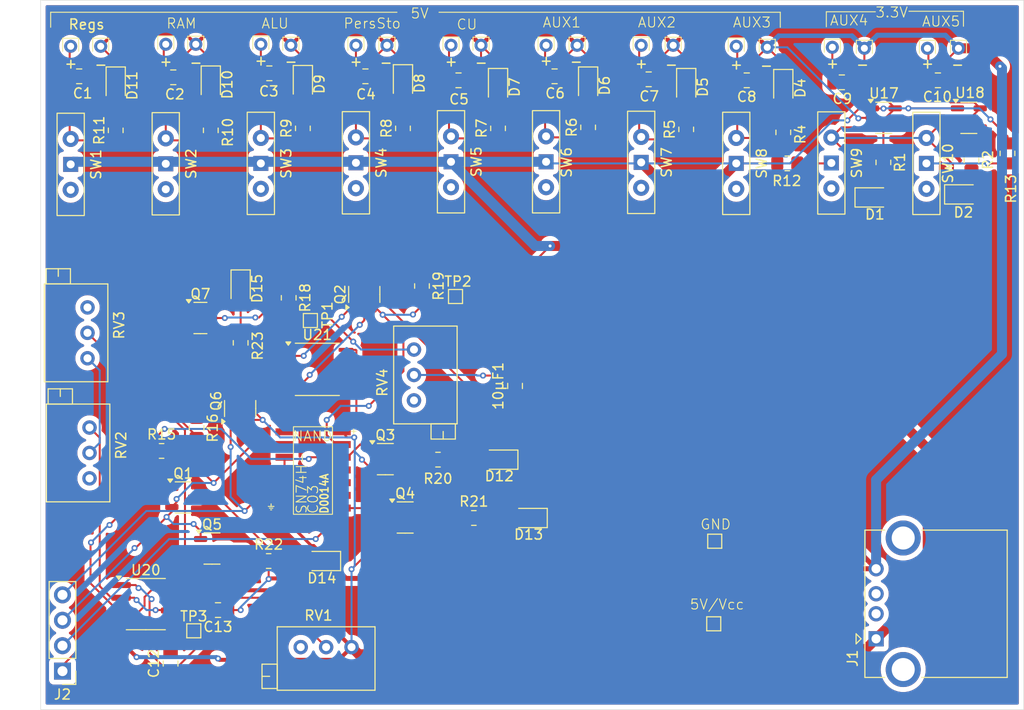
<source format=kicad_pcb>
(kicad_pcb (version 20240108) (generator "pcbnew") (generator_version "8.0")
  (layers (0 "F.Cu" signal) (31 "B.Cu" signal) (34 "B.Paste" user) (35 "F.Paste" user) (36 "B.SilkS" user "B.Silkscreen") (37 "F.SilkS" user "F.Silkscreen") (38 "B.Mask" user) (39 "F.Mask" user) (44 "Edge.Cuts" user))
  (net 0 "")
  (net 1 "Net-(SW1-C)")
  (net 2 "GND")
  (net 3 "Net-(SW2-C)")
  (net 4 "Net-(SW3-C)")
  (net 5 "Net-(SW4-C)")
  (net 6 "Net-(SW5-C)")
  (net 7 "Net-(SW6-C)")
  (net 8 "Net-(SW7-C)")
  (net 9 "Net-(SW8-C)")
  (net 10 "Net-(U17-VOUT)")
  (net 11 "Net-(U18-VOUT)")
  (net 12 "Net-(D1-A)")
  (net 13 "Net-(D2-A)")
  (net 14 "Net-(D4-A)")
  (net 15 "Net-(D5-A)")
  (net 16 "Net-(D6-A)")
  (net 17 "Net-(D7-A)")
  (net 18 "Net-(D8-A)")
  (net 19 "Net-(D9-A)")
  (net 20 "Net-(D10-A)")
  (net 21 "Net-(D11-A)")
  (net 22 "Net-(D12-A)")
  (net 23 "Net-(D13-A)")
  (net 24 "Net-(D14-A)")
  (net 25 "Net-(D15-A)")
  (net 29 "VCC")
  (net 30 "!CLK")
  (net 31 "L_CLK")
  (net 32 "CLK")
  (net 33 "L!CLK")
  (net 34 "Net-(Q1-B)")
  (net 35 "Net-(Q2-E)")
  (net 36 "Net-(Q2-B)")
  (net 37 "Net-(Q3-C)")
  (net 38 "Net-(Q4-C)")
  (net 39 "Net-(Q5-C)")
  (net 40 "Net-(Q6-C)")
  (net 41 "Net-(SW9-B)")
  (net 42 "Net-(SW10-B)")
  (net 44 "Net-(U21-1A)")
  (net 46 "Net-(U20-DIS)")
  (net 48 "Net-(U20-THR)")
  (net 49 "Net-(RV2-Pad2)")
  (net 52 "Net-(10µF1-Pad2)")
  (net 65 "Net-(U20-CV)")
  (net 76 "Net-(Q7-C)")
  (net 77 "!L!CLK")
  (net 78 "!L_CLK")
  (footprint "Resistor_SMD:R_0805_2012Metric_Pad1.20x1.40mm_HandSolder" (layer "F.Cu") (at 78.9 37.1 90)
    (property "Reference" "R10")
    (property "Value" "300Ω")
  )
  (footprint "Potentiometer_THT:Potentiometer_Bourns_3299X_Horizontal" (layer "F.Cu") (at 66.7825 71.87 -90)
    (property "Reference" "RV2")
    (property "Value" "100kΩ")
  )
  (footprint "Capacitor_SMD:C_0805_2012Metric" (layer "F.Cu") (at 65.75 31.7)
    (property "Reference" "C1")
    (property "Value" "10µF")
  )
  (footprint "Capacitor_SMD:C_0805_2012Metric_Pad1.18x1.45mm_HandSolder" (layer "F.Cu") (at 109.3 62.6375 90)
    (property "Reference" "10µF1")
    (property "Value" "C_Small")
  )
  (footprint "LED_SMD:LED_0805_2012Metric_Pad1.15x1.40mm_HandSolder" (layer "F.Cu") (at 110.6575 75.83 180)
    (property "Reference" "D13")
    (property "Value" "LED")
  )
  (footprint "Package_SO:TSSOP-14_4.4x5mm_P0.65mm" (layer "F.Cu") (at 89.545 60.98)
    (property "Reference" "U21")
    (property "Value" "~")
  )
  (footprint "Connector_PinHeader_2.54mm:PinHeader_1x04_P2.54mm_Vertical" (layer "F.Cu") (at 64.0825 91.13 180)
    (property "Reference" "J2")
    (property "Value" "Conn_01x04_Pin")
  )
  (footprint "LED_SMD:LED_0805_2012Metric_Pad1.15x1.40mm_HandSolder" (layer "F.Cu") (at 107.6 32.775 -90)
    (property "Reference" "D7")
    (property "Value" "LED")
  )
  (footprint "LED_SMD:LED_0805_2012Metric_Pad1.15x1.40mm_HandSolder" (layer "F.Cu") (at 145.125 43.8)
    (property "Reference" "D1")
    (property "Value" "LED")
  )
  (footprint "Potentiometer_THT:Potentiometer_Bourns_3299X_Horizontal" (layer "F.Cu") (at 92.9625 88.73)
    (property "Reference" "RV1")
    (property "Value" "2kΩ")
  )
  (footprint "Capacitor_SMD:C_0805_2012Metric" (layer "F.Cu") (at 103.65 32.1)
    (property "Reference" "C5")
    (property "Value" "10µF")
  )
  (footprint "Resistor_SMD:R_0805_2012Metric_Pad1.20x1.40mm_HandSolder" (layer "F.Cu") (at 73.9825 69.13)
    (property "Reference" "R15")
    (property "Value" "300Ω")
  )
  (footprint "LED_SMD:LED_0805_2012Metric_Pad1.15x1.40mm_HandSolder" (layer "F.Cu") (at 78.9 32.525 -90)
    (property "Reference" "D10")
    (property "Value" "LED")
  )
  (footprint "LED_SMD:LED_0805_2012Metric_Pad1.15x1.40mm_HandSolder" (layer "F.Cu") (at 81.8825 52.905 -90)
    (property "Reference" "D15")
    (property "Value" "LED")
  )
  (footprint "Button_Switch_THT:SW_Slide-03_Wuerth-WS-SLTV_10x2.5x6.4_P2.54mm" (layer "F.Cu") (at 121.9 40.3 -90)
    (property "Reference" "SW7")
    (property "Value" "SW_Wuerth_450301014042")
  )
  (footprint "Package_SO:SOIC-8_3.9x4.9mm_P1.27mm" (layer "F.Cu") (at 72.4075 84.435)
    (property "Reference" "U20")
    (property "Value" "LM555xM")
  )
  (footprint "Package_TO_SOT_SMD:SOT-23-3" (layer "F.Cu") (at 96.3375 69.95)
    (property "Reference" "Q3")
    (property "Value" "BC808")
  )
  (footprint "Resistor_SMD:R_0805_2012Metric_Pad1.20x1.40mm_HandSolder" (layer "F.Cu") (at 86.6825 53.83 -90)
    (property "Reference" "R18")
    (property "Value" "300Ω")
  )
  (footprint "Other:Single Bit Mini Bus" (layer "F.Cu") (at 134.5 28.8 -90)
    (property "Reference" "U16")
    (property "Value" "AUX3-")
  )
  (footprint "Other:Single Bit Mini Bus" (layer "F.Cu") (at 64.9 28.7 -90)
    (property "Reference" "U1")
    (property "Value" "Regs+")
  )
  (footprint "Resistor_SMD:R_0805_2012Metric_Pad1.20x1.40mm_HandSolder" (layer "F.Cu") (at 154.9 40.1 -90)
    (property "Reference" "R2")
    (property "Value" "300Ω")
  )
  (footprint "Package_TO_SOT_SMD:SOT-23-3" (layer "F.Cu") (at 98.32 75.78)
    (property "Reference" "Q4")
    (property "Value" "BC808")
  )
  (footprint "Package_TO_SOT_SMD:SOT-23-3" (layer "F.Cu") (at 76.145 73.78)
    (property "Reference" "Q1")
    (property "Value" "BC818")
  )
  (footprint "Capacitor_SMD:C_0805_2012Metric" (layer "F.Cu") (at 151.55 32.1)
    (property "Reference" "C10")
    (property "Value" "10µF")
  )
  (footprint "Texas Instruments Logic Footprints:SN74HC03" (layer "F.Cu") (at 89.3155 70.903)
    (property "Reference" "U22" (hide yes))
    (property "Value" "~")
  )
  (footprint "Package_TO_SOT_SMD:SOT-23" (layer "F.Cu") (at 77.8625 55.85)
    (property "Reference" "Q7")
    (property "Value" "BC808")
  )
  (footprint "Resistor_SMD:R_0805_2012Metric_Pad1.20x1.40mm_HandSolder" (layer "F.Cu") (at 88.1 36.9 90)
    (property "Reference" "R9")
    (property "Value" "300Ω")
  )
  (footprint "TestPoint:TestPoint_Pad_1.0x1.0mm" (layer "F.Cu") (at 129.25 78.15)
    (property "Reference" "TP5")
    (property "Value" "TestPoint")
  )
  (footprint "LED_SMD:LED_0805_2012Metric_Pad1.15x1.40mm_HandSolder" (layer "F.Cu") (at 69.4 32.625 -90)
    (property "Reference" "D11")
    (property "Value" "LED")
  )
  (footprint "LED_SMD:LED_0805_2012Metric_Pad1.15x1.40mm_HandSolder" (layer "F.Cu") (at 154.075 43.5)
    (property "Reference" "D2")
    (property "Value" "LED")
  )
  (footprint "Capacitor_SMD:C_0805_2012Metric" (layer "F.Cu") (at 122.65 32)
    (property "Reference" "C7")
    (property "Value" "10µF")
  )
  (footprint "Other:Single Bit Mini Bus" (layer "F.Cu") (at 83.9 28.5 -90)
    (property "Reference" "U5")
    (property "Value" "ALU+")
  )
  (footprint "Other:Single Bit Mini Bus" (layer "F.Cu") (at 144.2 28.9 -90)
    (property "Reference" "U28")
    (property "Value" "AUX4-")
  )
  (footprint "Package_TO_SOT_SMD:SOT-23-5" (layer "F.Cu") (at 146.1375 35.85)
    (property "Reference" "U17")
    (property "Value" "AP2112K-3.3")
  )
  (footprint "Other:Single Bit Mini Bus" (layer "F.Cu") (at 96.5 28.6 -90)
    (property "Reference" "U8")
    (property "Value" "Pers-")
  )
  (footprint "Resistor_SMD:R_0805_2012Metric_Pad1.20x1.40mm_HandSolder" (layer "F.Cu") (at 84.6825 80.13)
    (property "Reference" "R22")
    (property "Value" "300Ω")
  )
  (footprint "Capacitor_SMD:C_0805_2012Metric" (layer "F.Cu") (at 94.35 31.7)
    (property "Reference" "C4")
    (property "Value" "10µF")
  )
  (footprint "Capacitor_SMD:C_0805_2012Metric" (layer "F.Cu") (at 84.75 31.4)
    (property "Reference" "C3")
    (property "Value" "10µF")
  )
  (footprint "TestPoint:TestPoint_Pad_1.0x1.0mm" (layer "F.Cu") (at 103.35 53.7)
    (property "Reference" "TP2")
    (property "Value" "TestPoint")
  )
  (footprint "Button_Switch_THT:SW_Slide-03_Wuerth-WS-SLTV_10x2.5x6.4_P2.54mm" (layer "F.Cu") (at 74.4 40.44 -90)
    (property "Reference" "SW2")
    (property "Value" "SW_Wuerth_450301014042")
  )
  (footprint "Other:Single Bit Mini Bus" (layer "F.Cu") (at 67.9 28.7 -90)
    (property "Reference" "U2")
    (property "Value" "Regs-")
  )
  (footprint "Capacitor_SMD:C_0805_2012Metric" (layer "F.Cu") (at 75.15 31.8)
    (property "Reference" "C2")
    (property "Value" "10µF")
  )
  (footprint "Package_TO_SOT_SMD:SOT-23-3" (layer "F.Cu") (at 81.8325 64.8925 90)
    (property "Reference" "Q6")
    (property "Value" "BC808")
  )
  (footprint "Resistor_SMD:R_0805_2012Metric_Pad1.20x1.40mm_HandSolder" (layer "F.Cu") (at 107.6 36.9 90)
    (property "Reference" "R7")
    (property "Value" "300Ω")
  )
  (footprint "Other:Single Bit Mini Bus" (layer "F.Cu") (at 77.4 28.5 -90)
    (property "Reference" "U4")
    (property "Value" "RAM-")
  )
  (footprint "Connector_USB:USB_A_CONNFLY_DS1095-WNR0" (layer "F.Cu") (at 145.3725 87.9 90)
    (property "Reference" "J1")
    (property "Value" "USB_A")
  )
  (footprint "Resistor_SMD:R_0805_2012Metric_Pad1.20x1.40mm_HandSolder" (layer "F.Cu") (at 136.1 37.3 90)
    (property "Reference" "R4")
    (property "Value" "300Ω")
  )
  (footprint "TestPoint:TestPoint_Pad_1.0x1.0mm" (layer "F.Cu") (at 129.15 86.4)
    (property "Reference" "TP4")
    (property "Value" "TestPoint")
  )
  (footprint "Other:Single Bit Mini Bus" (layer "F.Cu") (at 141 28.8 -90)
    (property "Reference" "U27")
    (property "Value" "AUX4+")
  )
  (footprint "Resistor_SMD:R_0805_2012Metric_Pad1.20x1.40mm_HandSolder" (layer "F.Cu") (at 69.4 37.1 90)
    (property "Reference" "R11")
    (property "Value" "300Ω")
  )
  (footprint "LED_SMD:LED_0805_2012Metric_Pad1.15x1.40mm_HandSolder" (layer "F.Cu") (at 88.1 32.475 -90)
    (property "Reference" "D9")
    (property "Value" "LED")
  )
  (footprint "Resistor_SMD:R_0805_2012Metric_Pad1.20x1.40mm_HandSolder" (layer "F.Cu") (at 81.8825 58.33 90)
    (property "Reference" "R23")
    (property "Value" "300Ω")
  )
  (footprint "Button_Switch_THT:SW_Slide-03_Wuerth-WS-SLTV_10x2.5x6.4_P2.54mm" (layer "F.Cu") (at 102.9 40.24 -90)
    (property "Reference" "SW5")
    (property "Value" "SW_Wuerth_450301014042")
  )
  (footprint "Button_Switch_THT:SW_Slide-03_Wuerth-WS-SLTV_10x2.5x6.4_P2.54mm" (layer "F.Cu") (at 93.4 40.34 -90)
    (property "Reference" "SW4")
    (property "Value" "SW_Wuerth_450301014042")
  )
  (footprint "Resistor_SMD:R_0805_2012Metric_Pad1.20x1.40mm_HandSolder" (layer "F.Cu") (at 126.4 37 90)
    (property "Reference" "R5")
    (property "Value" "300Ω")
  )
  (footprint "LED_SMD:LED_0805_2012Metric_Pad1.15x1.40mm_HandSolder" (layer "F.Cu") (at 116.6 32.625 -90)
    (property "Reference" "D6")
    (property "Value" "LED")
  )
  (footprint "Button_Switch_THT:SW_Slide-03_Wuerth-WS-SLTV_10x2.5x6.4_P2.54mm" (layer "F.Cu") (at 64.9 40.5 -90)
    (property "Reference" "SW1")
    (property "Value" "SW_Wuerth_450301014042")
  )
  (footprint "Resistor_SMD:R_0805_2012Metric_Pad1.20x1.40mm_HandSolder" (layer "F.Cu") (at 158.5 39.4 -90)
    (property "Reference" "R13")
    (property "Value" "300Ω")
  )
  (footprint "LED_SMD:LED_0805_2012Metric_Pad1.15x1.40mm_HandSolder" (layer "F.Cu") (at 90.0075 80.13 180)
    (property "Reference" "D14")
    (property "Value" "LED")
  )
  (footprint "Capacitor_SMD:C_0805_2012Metric_Pad1.18x1.45mm_HandSolder" (layer "F.Cu") (at 79.62 85.03 180)
    (property "Reference" "C13")
    (property "Value" "0.1µF")
  )
  (footprint "Button_Switch_THT:SW_Slide-03_Wuerth-WS-SLTV_10x2.5x6.4_P2.54mm" (layer "F.Cu") (at 140.9 40.36 -90)
    (property "Reference" "SW9")
    (property "Value" "SW_Wuerth_450301014042")
  )
  (footprint "Package_TO_SOT_SMD:SOT-23-5" (layer "F.Cu") (at 154.6375 35.85)
    (property "Reference" "U18")
    (property "Value" "AP2112K-3.3")
  )
  (footprint "LED_SMD:LED_0805_2012Metric_Pad1.15x1.40mm_HandSolder" (layer "F.Cu") (at 126.4 32.775 -90)
    (property "Reference" "D5")
    (property "Value" "LED")
  )
  (footprint "Capacitor_SMD:C_0805_2012Metric" (layer "F.Cu") (at 141.95 32.3)
    (property "Reference" "C9")
    (property "Value" "10µF")
  )
  (footprint "Potentiometer_THT:Potentiometer_Bourns_3299X_Horizontal" (layer "F.Cu") (at 99.2 59 90)
    (property "Reference" "RV4")
    (property "Value" "2kΩ")
  )
  (footprint "Other:Single Bit Mini Bus" (layer "F.Cu") (at 150.5 28.9 -90)
    (property "Reference" "U29")
    (property "Value" "AUX5+")
  )
  (footprint "Other:Single Bit Mini Bus" (layer "F.Cu") (at 112.4 28.6 -90)
    (property "Reference" "U11")
    (property "Value" "AUX1+")
  )
  (footprint "Other:Single Bit Mini Bus" (layer "F.Cu") (at 125.1 28.6 -90)
    (property "Reference" "U14")
    (property "Value" "AUX2-")
  )
  (footprint "Resistor_SMD:R_0805_2012Metric_Pad1.20x1.40mm_HandSolder" (layer "F.Cu") (at 105.1825 75.83)
    (property "Reference" "R21")
    (property "Value" "300Ω")
  )
  (footprint "Button_Switch_THT:SW_Slide-03_Wuerth-WS-SLTV_10x2.5x6.4_P2.54mm" (layer "F.Cu") (at 150.4 40.4 -90)
    (property "Reference" "SW10")
    (property "Value" "SW_Wuerth_450301014042")
  )
  (footprint "Resistor_SMD:R_0805_2012Metric_Pad1.20x1.40mm_HandSolder" (layer "F.Cu") (at 136.5 40.4)
    (property "Reference" "R12")
    (property "Value" "300Ω")
  )
  (footprint "TestPoint:TestPoint_Pad_1.0x1.0mm" (layer "F.Cu") (at 88.85 56.1)
    (property "Reference" "TP1")
    (property "Value" "TestPoint")
  )
  (footprint "Other:Single Bit Mini Bus" (layer "F.Cu") (at 74.4 28.5 -90)
    (property "Reference" "U3")
    (property "Value" "RAM+")
  )
  (footprint "Resistor_SMD:R_0805_2012Metric_Pad1.20x1.40mm_HandSolder" (layer "F.Cu") (at 146.1 40.3 -90)
    (property "Reference" "R1")
    (property "Value" "300Ω")
  )
  (footprint "LED_SMD:LED_0805_2012Metric_Pad1.15x1.40mm_HandSolder" (layer "F.Cu") (at 98.1 32.4 -90)
    (property "Reference" "D8")
    (property "Value" "LED")
  )
  (footprint "Potentiometer_THT:Potentiometer_Bourns_3299X_Horizontal" (layer "F.Cu") (at 66.5825 59.87 -90)
    (property "Reference" "RV3")
    (property "Value" "2kΩ")
  )
  (footprint "Package_TO_SOT_SMD:SOT-23-3" (layer "F.Cu") (at 79.02 78.88)
    (property "Reference" "Q5")
    (property "Value" "BC808")
  )
  (footprint "Button_Switch_THT:SW_Slide-03_Wuerth-WS-SLTV_10x2.5x6.4_P2.54mm" (layer "F.Cu") (at 131.4 40.4 -90)
    (property "Reference" "SW8")
    (property "Value" "SW_Wuerth_450301014042")
  )
  (footprint "Button_Switch_THT:SW_Slide-03_Wuerth-WS-SLTV_10x2.5x6.4_P2.54mm" (layer "F.Cu") (at 83.9 40.4 -90)
    (property "Reference" "SW3")
    (property "Value" "SW_Wuerth_450301014042")
  )
  (footprint "Resistor_SMD:R_0805_2012Metric_Pad1.20x1.40mm_HandSolder" (layer "F.Cu") (at 98.1 36.9 90)
    (property "Reference" "R8")
    (property "Value" "300Ω")
  )
  (footprint "Other:Single Bit Mini Bus" (layer "F.Cu") (at 131.4 28.7 -90)
    (property "Reference" "U15")
    (property "Value" "AUX3+")
  )
  (footprint "Button_Switch_THT:SW_Slide-03_Wuerth-WS-SLTV_10x2.5x6.4_P2.54mm" (layer "F.Cu") (at 112.4 40.24 -90)
    (property "Reference" "SW6")
    (property "Value" "SW_Wuerth_450301014042")
  )
  (footprint "Other:Single Bit Mini Bus" (layer "F.Cu") (at 105.9 28.6 -90)
    (property "Reference" "U10")
    (property "Value" "CU-")
  )
  (footprint "Capacitor_SMD:C_0805_2012Metric_Pad1.18x1.45mm_HandSolder" (layer "F.Cu") (at 74.8825 90.3675 90)
    (property "Reference" "C12")
    (property "Value" "10nF")
  )
  (footprint "Other:Single Bit Mini Bus" (layer "F.Cu") (at 121.9 28.6 -90)
    (property "Reference" "U13")
    (property "Value" "AUX2+")
  )
  (footprint "LED_SMD:LED_0805_2012Metric_Pad1.15x1.40mm_HandSolder" (layer "F.Cu") (at 107.725 70 180)
    (property "Reference" "D12")
    (property "Value" "LED")
  )
  (footprint "Resistor_SMD:R_0805_2012Metric_Pad1.20x1.40mm_HandSolder" (layer "F.Cu") (at 116.6 36.8 90)
    (property "Reference" "R6")
    (property "Value" "300Ω")
  )
  (footprint "Capacitor_SMD:C_0805_2012Metric" (layer "F.Cu") (at 132.45 32.1)
    (property "Reference" "C8")
    (property "Value" "10µF")
  )
  (footprint "Resistor_SMD:R_0805_2012Metric_Pad1.20x1.40mm_HandSolder" (layer "F.Cu") (at 100 52.65 -90)
    (property "Reference" "R19")
    (property "Value" "300Ω")
  )
  (footprint "Resistor_SMD:R_0805_2012Metric_Pad1.20x1.40mm_HandSolder" (layer "F.Cu") (at 101.6 70)
    (property "Reference" "R20")
    (property "Value" "300Ω")
  )
  (footprint "Resistor_SMD:R_0805_2012Metric_Pad1.20x1.40mm_HandSolder" (layer "F.Cu") (at 77.4825 66.83 -90)
    (property "Reference" "R16")
    (property "Value" "300Ω")
  )
  (footprint "Other:Single Bit Mini Bus" (layer "F.Cu") (at 86.9 28.6 -90)
    (property "Reference" "U6")
    (property "Value" "ALU-")
  )
  (footprint "Other:Single Bit Mini Bus" (layer "F.Cu") (at 115.5 28.6 -90)
    (property "Reference" "U12")
    (property "Value" "AUX1-")
  )
  (footprint "TestPoint:TestPoint_Pad_1.0x1.0mm" (layer "F.Cu") (at 77.2 87.1)
    (property "Reference" "TP3")
    (property "Value" "TestPoint")
  )
  (footprint "Other:Single Bit Mini Bus" (layer "F.Cu") (at 93.4 28.6 -90)
    (property "Reference" "U7")
    (property "Value" "Pers+")
  )
  (footprint "Other:Single Bit Mini Bus" (layer "F.Cu") (at 153.6 28.9 -90)
    (property "Reference" "U30")
    (property "Value" "AUX5-")
  )
  (footprint "Other:Single Bit Mini Bus" (layer "F.Cu") (at 102.9 28.6 -90)
    (property "Reference" "U9")
    (property "Value" "CU+")
  )
  (footprint "LED_SMD:LED_0805_2012Metric_Pad1.15x1.40mm_HandSolder" (layer "F.Cu") (at 136.1 32.875 -90)
    (property "Reference" "D4")
    (property "Value" "LED")
  )
  (footprint "Package_TO_SOT_SMD:SOT-23-3" (layer "F.Cu") (at 94.2325 53.4925 90)
    (property "Reference" "Q2")
    (property "Value" "BC818")
  )
  (footprint "Capacitor_SMD:C_0805_2012Metric" (layer "F.Cu") (at 113.25 31.7)
    (property "Reference" "C6")
    (property "Value" "10µF")
  )
  (gr_line (start 154.1 25.2) (end 154.1 26.7) (stroke (width 0.1)) (layer "F.SilkS"))
  (gr_line (start 62.9 25.3) (end 97.5 25.3) (stroke (width 0.1)) (layer "F.SilkS"))
  (gr_line (start 140.4 25.25) (end 145.3 25.25) (stroke (width 0.1)) (layer "F.SilkS"))
  (gr_line (start 140.4 25.25) (end 140.4 26.75) (stroke (width 0.1)) (layer "F.SilkS"))
  (gr_line (start 62.9 26.8) (end 62.9 25.3) (stroke (width 0.1)) (layer "F.SilkS"))
  (gr_line (start 135.8 25.3) (end 135.8 26.8) (stroke (width 0.1)) (layer "F.SilkS"))
  (gr_line (start 148.65 25.2) (end 153.9 25.2) (stroke (width 0.1)) (layer "F.SilkS"))
  (gr_line (start 101.7 25.3) (end 135.8 25.3) (stroke (width 0.1)) (layer "F.SilkS"))
  (gr_line (start 153.9 25.2) (end 154.1 25.2) (stroke (width 0.1)) (layer "F.SilkS"))
  (gr_rect (start 61.9 24.1) (end 160.125 94.975) (stroke (width 0.05)) (fill none) (layer "Edge.Cuts"))
  (gr_text "+" (at 92.7 30.8 0) (layer "F.SilkS") (effects (font (size 1 1)) (justify left bottom)))
  (gr_text "+" (at 83.2 30.7 0) (layer "F.SilkS") (effects (font (size 1 1)) (justify left bottom)))
  (gr_text "AUX3" (at 131 26.9 0) (layer "F.SilkS") (effects (font (size 1 1) (thickness 0.1)) (justify left bottom)))
  (gr_text "-" (at 133.7 31.2 0) (layer "F.SilkS") (effects (font (size 1 1)) (justify left bottom)))
  (gr_text "Regs" (at 64.6 27.1 0) (layer "F.SilkS") (effects (font (size 1 1)) (justify left bottom)))
  (gr_text "-" (at 152.8 31.1 0) (layer "F.SilkS") (effects (font (size 1 1)) (justify left bottom)))
  (gr_text "-" (at 86.2 30.8 0) (layer "F.SilkS") (effects (font (size 1 1)) (justify left bottom)))
  (gr_text "5V" (at 98.8 26 0) (layer "F.SilkS") (effects (font (size 1 1) (thickness 0.1)) (justify left bottom)))
  (gr_text "+" (at 130.7 31.1 0) (layer "F.SilkS") (effects (font (size 1 1)) (justify left bottom)))
  (gr_text "+" (at 121.2 31 0) (layer "F.SilkS") (effects (font (size 1 1)) (justify left bottom)))
  (gr_text "-" (at 95.7 30.9 0) (layer "F.SilkS") (effects (font (size 1 1)) (justify left bottom)))
  (gr_text "+" (at 64.2 31 0) (layer "F.SilkS") (effects (font (size 1 1)) (justify left bottom)))
  (gr_text "+" (at 102.2 30.8 0) (layer "F.SilkS") (effects (font (size 1 1)) (justify left bottom)))
  (gr_text "PersSto" (at 92.1 27 0) (layer "F.SilkS") (effects (font (size 1 1) (thickness 0.1)) (justify left bottom)))
  (gr_text "-" (at 114.7 30.8 0) (layer "F.SilkS") (effects (font (size 1 1)) (justify left bottom)))
  (gr_text "+" (at 73.7 30.8 0) (layer "F.SilkS") (effects (font (size 1 1)) (justify left bottom)))
  (gr_text "-" (at 105.2 30.9 0) (layer "F.SilkS") (effects (font (size 1 1)) (justify left bottom)))
  (gr_text "GND" (at 127.75 77.05 0) (layer "F.SilkS") (effects (font (size 1 1) (thickness 0.1)) (justify left bottom)))
  (gr_text "AUX4" (at 140.7 26.7 0) (layer "F.SilkS") (effects (font (size 1 1) (thickness 0.1)) (justify left bottom)))
  (gr_text "-" (at 67.2 31.1 0) (layer "F.SilkS") (effects (font (size 1 1)) (justify left bottom)))
  (gr_text "+" (at 111.7 30.7 0) (layer "F.SilkS") (effects (font (size 1 1)) (justify left bottom)))
  (gr_text "AUX2" (at 121.5 26.9 0) (layer "F.SilkS") (effects (font (size 1 1) (thickness 0.1)) (justify left bottom)))
  (gr_text "+" (at 140.3 31 0) (layer "F.SilkS") (effects (font (size 1 1)) (justify left bottom)))
  (gr_text "-" (at 76.7 30.9 0) (layer "F.SilkS") (effects (font (size 1 1)) (justify left bottom)))
  (gr_text "AUX1" (at 112 26.9 0) (layer "F.SilkS") (effects (font (size 1 1) (thickness 0.1)) (justify left bottom)))
  (gr_text "CU" (at 103.4 27.1 0) (layer "F.SilkS") (effects (font (size 1 1) (thickness 0.1)) (justify left bottom)))
  (gr_text "RAM" (at 74.4 27 0) (layer "F.SilkS") (effects (font (size 1 1) (thickness 0.1)) (justify left bottom)))
  (gr_text "+" (at 149.8 31 0) (layer "F.SilkS") (effects (font (size 1 1)) (justify left bottom)))
  (gr_text "-" (at 124.2 31.1 0) (layer "F.SilkS") (effects (font (size 1 1)) (justify left bottom)))
  (gr_text "3.3V" (at 145.25 25.9 0) (layer "F.SilkS") (effects (font (size 1 1) (thickness 0.1)) (justify left bottom)))
  (gr_text "AUX5" (at 149.9 26.8 0) (layer "F.SilkS") (effects (font (size 1 1) (thickness 0.1)) (justify left bottom)))
  (gr_text "ALU" (at 83.9 27 0) (layer "F.SilkS") (effects (font (size 1 1) (thickness 0.1)) (justify left bottom)))
  (gr_text "-" (at 143.3 31.1 0) (layer "F.SilkS") (effects (font (size 1 1)) (justify left bottom)))
  (gr_text "5V/Vcc" (at 126.7 85.05 0) (layer "F.SilkS") (effects (font (size 1 1) (thickness 0.1)) (justify left bottom)))
  (segment (start 69.4 38.1) (end 65.04 38.1) (width 0.2) (layer "F.Cu") (net 1))
  (segment (start 64.8 31.7) (end 64.8 37.86) (width 0.2) (layer "F.Cu") (net 1))
  (segment (start 64.8 37.86) (end 64.9 37.96) (width 0.2) (layer "F.Cu") (net 1))
  (segment (start 64.8 31.7) (end 64.8 28.8) (width 0.2) (layer "F.Cu") (net 1))
  (segment (start 64.8 28.8) (end 64.9 28.7) (width 0.2) (layer "F.Cu") (net 1))
  (segment (start 65.04 38.1) (end 64.9 37.96) (width 0.2) (layer "F.Cu") (net 1))
  (segment (start 144.2 30.9) (end 144.2 28.9) (width 0.2) (layer "F.Cu") (net 2))
  (segment (start 104.8 27.5) (end 97.6 27.5) (width 0.45) (layer "F.Cu") (net 2))
  (segment (start 151.46 36.8) (end 153.5 36.8) (width 0.2) (layer "F.Cu") (net 2))
  (segment (start 88.1 29.8) (end 86.9 28.6) (width 0.2) (layer "F.Cu") (net 2))
  (segment (start 126.4125 80.9) (end 125.4825 81.83) (width 0.5) (layer "F.Cu") (net 2))
  (segment (start 94.2325 52.355) (end 123.6825 81.805) (width 0.2) (layer "F.Cu") (net 2))
  (segment (start 107.6 31.75) (end 107.6 30.3) (width 0.2) (layer "F.Cu") (net 2))
  (segment (start 128.1475 63.675) (end 145.3725 80.9) (width 0.5) (layer "F.Cu") (net 2))
  (segment (start 107 27.5) (end 106.85 27.65) (width 0.45) (layer "F.Cu") (net 2))
  (segment (start 96.5 28.6) (end 95.4 27.5) (width 0.4) (layer "F.Cu") (net 2))
  (segment (start 126.1 27.6) (end 125.95 27.75) (width 0.45) (layer "F.Cu") (net 2))
  (segment (start 142.9 32.3) (end 142.9 32.2) (width 0.2) (layer "F.Cu") (net 2))
  (segment (start 115.5 28.6) (end 114.4 27.5) (width 0.45) (layer "F.Cu") (net 2))
  (segment (start 95.3 31.7) (end 95.3 29.8) (width 0.2) (layer "F.Cu") (net 2))
  (segment (start 88.1 31.45) (end 88.1 29.8) (width 0.2) (layer "F.Cu") (net 2))
  (segment (start 76.1 31.8) (end 76.1 29.8) (width 0.2) (layer "F.Cu") (net 2))
  (segment (start 69.4 31.6) (end 69.4 30.2) (width 0.2) (layer "F.Cu") (net 2))
  (segment (start 91.0325 80.13) (end 90.0325 79.13) (width 0.4) (layer "F.Cu") (net 2))
  (segment (start 104.6 32.1) (end 105.9 30.8) (width 0.2) (layer "F.Cu") (net 2))
  (segment (start 142.9 32.2) (end 144.2 30.9) (width 0.2) (layer "F.Cu") (net 2))
  (segment (start 97.775 31.7) (end 98.1 31.375) (width 0.2) (layer "F.Cu") (net 2))
  (segment (start 88.7825 61.63) (end 87.4825 62.93) (width 0.2) (layer "F.Cu") (net 2))
  (segment (start 80.6575 85.63) (end 80.6575 85.03) (width 0.2) (layer "F.Cu") (net 2))
  (segment (start 97.6 27.5) (end 97.45 27.65) (width 0.45) (layer "F.Cu") (net 2))
  (segment (start 72.7825 84.13) (end 72.7825 89.305) (width 0.2) (layer "F.Cu") (net 2))
  (segment (start 145 35.85) (end 143.65 35.85) (width 0.2) (layer "F.Cu") (net 2))
  (segment (start 91.8825 81.8675) (end 84.745 81.8675) (width 0.4) (layer "F.Cu") (net 2))
  (segment (start 87.4825 62.93) (end 86.6825 62.93) (width 0.2) (layer "F.Cu") (net 2))
  (segment (start 97.45 27.65) (end 96.5 28.6) (width 0.45) (layer "F.Cu") (net 2))
  (segment (start 125.95 27.75) (end 125.1 28.6) (width 0.45) (layer "F.Cu") (net 2))
  (segment (start 114.3 31.7) (end 114.4 31.6) (width 0.2) (layer "F.Cu") (net 2))
  (segment (start 145 36.8) (end 141.92 36.8) (width 0.2) (layer "F.Cu") (net 2))
  (segment (start 84.6825 81.93) (end 84.6825 78.83) (width 0.2) (layer "F.Cu") (net 2))
  (segment (start 81.8825 51.88) (end 93.7575 51.88) (width 0.2) (layer "F.Cu") (net 2))
  (segment (start 76.35 27.45) (end 69.15 27.45) (width 0.35) (layer "F.Cu") (net 2))
  (segment (start 76.1 29.8) (end 77.4 28.5) (width 0.2) (layer "F.Cu") (net 2))
  (segment (start 126.4 31.75) (end 126.4 29.9) (width 0.2) (layer "F.Cu") (net 2))
  (segment (start 92.4825 81.8675) (end 91.0325 80.4175) (width 0.4) (layer "F.Cu") (net 2))
  (segment (start 92.4825 81.8675) (end 91.8825 81.8675) (width 0.4) (layer "F.Cu") (net 2))
  (segment (start 123.95 27.45) (end 116.65 27.45) (width 0.45) (layer "F.Cu") (net 2))
  (segment (start 78.9 30) (end 77.4 28.5) (width 0.2) (layer "F.Cu") (net 2))
  (segment (start 90.0325 79.13) (end 89.733971 79.13) (width 0.4) (layer "F.Cu") (net 2))
  (segment (start 153.05 43.5) (end 153.05 40.51) (width 0.2) (layer "F.Cu") (net 2))
  (segment (start 89.733971 79.13) (end 89.183971 78.58) (width 0.3) (layer "F.Cu") (net 2))
  (segment (start 109.3 63.675) (end 122.55 63.675) (width 0.5) (layer "F.Cu") (net 2))
  (segment (start 126.15 32) (end 126.4 31.75) (width 0.2) (layer "F.Cu") (net 2))
  (segment (start 116.45 27.65) (end 115.5 28.6) (width 0.45) (layer "F.Cu") (net 2))
  (segment (start 152.5 30) (end 153.6 28.9) (width 0.2) (layer "F.Cu") (net 2))
  (segment (start 133.4 32.1) (end 133.5 32.1) (width 0.2) (layer "F.Cu") (net 2))
  (segment (start 123.6 32) (end 123.6 30.1) (width 0.2) (layer "F.Cu") (net 2))
  (segment (start 74.8825 91.405) (end 80.6575 85.63) (width 0.2) (layer "F.Cu") (net 2))
  (segment (start 88.05 31.4) (end 88.1 31.45) (width 0.2) (layer "F.Cu") (net 2))
  (segment (start 145.3725 80.9) (end 128.95 80.9) (width 0.5) (layer "F.Cu") (net 2))
  (segment (start 69.15 27.45) (end 69.05 27.55) (width 0.35) (layer "F.Cu") (net 2))
  (segment (start 86.2675 75.9175) (end 86.2675 75.615) (width 0.3) (layer "F.Cu") (net 2))
  (segment (start 108.75 70) (end 108.75 71.3) (width 0.2) (layer "F.Cu") (net 2))
  (segment (start 93.7825 56.53) (end 94.2325 56.08) (width 0.2) (layer "F.Cu") (net 2))
  (segment (start 114.2 31.7) (end 114.3 31.7) (width 0.2) (layer "F.Cu") (net 2))
  (segment (start 136.1 31.85) (end 136.1 30.4) (width 0.2) (layer "F.Cu") (net 2))
  (segment (start 66.7 31.7) (end 69.3 31.7) (width 0.2) (layer "F.Cu") (net 2))
  (segment (start 81.8825 85.03) (end 80.6575 85.03) (width 0.2) (layer "F.Cu") (net 2))
  (segment (start 123.6825 81.805) (end 123.6825 81.83) (width 0.2) (layer "F.Cu") (net 2))
  (segment (start 126.4 29.9) (end 125.1 28.6) (width 0.2) (layer "F.Cu") (net 2))
  (segment (start 114.2 31.7) (end 114.2 29.9) (width 0.2) (layer "F.Cu") (net 2))
  (segment (start 91.0325 80.4175) (end 91.0325 80.13) (width 0.2) (layer "F.Cu") (net 2))
  (segment (start 88 27.5) (end 87.85 27.65) (width 0.4) (layer "F.Cu") (net 2))
  (segment (start 98.1 30.2) (end 96.5 28.6) (width 0.2) (layer "F.Cu") (net 2))
  (segment (start 152.5 32.1) (end 152.5 30) (width 0.2) (layer "F.Cu") (net 2))
  (segment (start 114.2 29.9) (end 115.5 28.6) (width 0.2) (layer "F.Cu") (net 2))
  (segment (start 107.6 30.3) (end 105.9 28.6) (width 0.2) (layer "F.Cu") (net 2))
  (segment (start 116.65 27.45) (end 116.45 27.65) (width 0.45) (layer "F.Cu") (net 2))
  (segment (start 98.1 31.375) (end 98.1 30.2) (width 0.2) (layer "F.Cu") (net 2))
  (segment (start 84.6825 78.83) (end 79.6325 73.78) (width 0.2) (layer "F.Cu") (net 2))
  (segment (start 112.95 75.5) (end 112.95 75.535) (width 0.3) (layer "F.Cu") (net 2))
  (segment (start 86.2675 75.615) (end 86.2675 74.84) (width 0.3) (layer "F.Cu") (net 2))
  (segment (start 125.1 28.6) (end 123.95 27.45) (width 0.45) (layer "F.Cu") (net 2))
  (segment (start 116.6 29.7) (end 115.5 28.6) (width 0.2) (layer "F.Cu") (net 2))
  (segment (start 95.4 27.5) (end 88 27.5) (width 0.4) (layer "F.Cu") (net 2))
  (segment (start 141.92 36.8) (end 140.9 37.82) (width 0.2) (layer "F.Cu") (net 2))
  (segment (start 133.4 29.9) (end 134.5 28.8) (width 0.2) (layer "F.Cu") (net 2))
  (segment (start 85.7 27.4) (end 78.5 27.4) (width 0.4) (layer "F.Cu") (net 2))
  (segment (start 94.2325 56.08) (end 94.2325 52.355) (width 0.2) (layer "F.Cu") (net 2))
  (segment (start 69.3 31.7) (end 69.4 31.6) (width 0.2) (layer "F.Cu") (net 2))
  (segment (start 77.4 28.5) (end 76.35 27.45) (width 0.35) (layer "F.Cu") (net 2))
  (segment (start 89.183971 78.58) (end 88.93 78.58) (width 0.3) (layer "F.Cu") (net 2))
  (segment (start 87.85 27.65) (end 86.9 28.6) (width 0.4) (layer "F.Cu") (net 2))
  (segment (start 150.4 37.86) (end 151.46 36.8) (width 0.2) (layer "F.Cu") (net 2))
  (segment (start 88.7825 61.53) (end 88.7825 61.63) (width 0.2) (layer "F.Cu") (net 2))
  (segment (start 123.6 30.1) (end 125.1 28.6) (width 0.2) (layer "F.Cu") (net 2))
  (segment (start 116.6 31.6) (end 116.6 29.7) (width 0.2) (layer "F.Cu") (net 2))
  (segment (start 155.95 28.9) (end 157.75 30.7) (width 1) (layer "F.Cu") (net 2))
  (segment (start 78.9 31.5) (end 78.9 30) (width 0.2) (layer "F.Cu") (net 2))
  (segment (start 153.05 40.51) (end 150.4 37.86) (width 0.2) (layer "F.Cu") (net 2))
  (segment (start 113.4075 75.9925) (end 119.06375 81.64875) (width 0.3) (layer "F.Cu") (net 2))
  (segment (start 105.9 28.6) (end 104.8 27.5) (width 0.45) (layer "F.Cu") (net 2))
  (segment (start 112.95 75.535) (end 113.4075 75.9925) (width 0.3) (layer "F.Cu") (net 2))
  (segment (start 113.245 75.83) (end 113.4075 75.9925) (width 0.2) (layer "F.Cu") (net 2))
  (segment (start 85.7 31.4) (end 88.05 31.4) (width 0.2) (layer "F.Cu") (net 2))
  (segment (start 114.4 27.5) (end 107 27.5) (width 0.45) (layer "F.Cu") (net 2))
  (segment (start 144.1 43.8) (end 144.1 41.02) (width 0.2) (layer "F.Cu") (net 2))
  (segment (start 88.93 78.58) (end 86.2675 75.9175) (width 0.3) (layer "F.Cu") (net 2))
  (segment (start 119.2825 81.8675) (end 92.4825 81.8675) (width 0.5) (layer "F.Cu") (net 2))
  (segment (start 122.55 63.675) (end 128.1475 63.675) (width 0.5) (layer "F.Cu") (net 2))
  (segment (start 129.25 80.9) (end 129.25 78.15) (width 0.2) (layer "F.Cu") (net 2))
  (segment (start 134.5 28.8) (end 133.3 27.6) (width 0.45) (layer "F.Cu") (net 2))
  (segment (start 133.3 27.6) (end 126.1 27.6) (width 0.45) (layer "F.Cu") (net 2))
  (segment (start 69.4 30.2) (end 67.9 28.7) (width 0.2) (layer "F.Cu") (net 2))
  (segment (start 111.6825 75.83) (end 113.245 75.83) (width 0.2) (layer "F.Cu") (net 2))
  (segment (start 78.5 27.4) (end 77.4 28.5) (width 0.4) (layer "F.Cu") (net 2))
  (segment (start 128.95 80.9) (end 126.4125 80.9) (width 0.5) (layer "F.Cu") (net 2))
  (segment (start 133.5 32.1) (end 133.75 31.85) (width 0.2) (layer "F.Cu") (net 2))
  (segment (start 84.745 81.8675) (end 84.6825 81.93) (width 0.2) (layer "F.Cu") (net 2))
  (segment (start 133.4 32.1) (end 133.4 29.9) (width 0.2) (layer "F.Cu") (net 2))
  (segment (start 153.6 28.9) (end 155.95 28.9) (width 1) (layer "F.Cu") (net 2))
  (segment (start 72.9825 83.93) (end 72.7825 84.13) (width 0.2) (layer "F.Cu") (net 2))
  (segment (start 69.9325 82.53) (end 71.3825 82.53) (width 0.2) (layer "F.Cu") (net 2))
  (segment (start 153.5 36.8) (end 153.5 35.85) (width 0.2) (layer "F.Cu") (net 2))
  (segment (start 125.4825 81.83) (end 119.245 81.83) (width 0.5) (layer "F.Cu") (net 2))
  (segment (start 106.85 27.65) (end 105.9 28.6) (width 0.45) (layer "F.Cu") (net 2))
  (segment (start 69.05 27.55) (end 67.9 28.7) (width 0.35) (layer "F.Cu") (net 2))
  (segment (start 86.9 28.6) (end 85.7 27.4) (width 0.4) (layer "F.Cu") (net 2))
  (segment (start 79.6325 73.78) (end 77.2825 73.78) (width 0.2) (layer "F.Cu") (net 2))
  (segment (start 95.3 29.8) (end 96.5 28.6) (width 0.2) (layer "F.Cu") (net 2))
  (segment (start 119.245 81.83) (end 119.06375 81.64875) (width 0.2) (layer "F.Cu") (net 2))
  (segment (start 145 35.85) (end 145 36.8) (width 0.2) (layer "F.Cu") (net 2))
  (segment (start 108.75 71.3) (end 112.95 75.5) (width 0.2) (layer "F.Cu") (net 2))
  (segment (start 105.9 30.8) (end 105.9 28.6) (width 0.2) (layer "F.Cu") (net 2))
  (segment (start 144.1 41.02) (end 140.9 37.82) (width 0.2) (layer "F.Cu") (net 2))
  (segment (start 119.06375 81.64875) (end 119.2825 81.8675) (width 0.2) (layer "F.Cu") (net 2))
  (segment (start 143.65 35.85) (end 143.6 35.9) (width 0.2) (layer "F.Cu") (net 2))
  (segment (start 93.7575 51.88) (end 94.2325 52.355) (width 0.2) (layer "F.Cu") (net 2))
  (segment (start 136.1 30.4) (end 134.5 28.8) (width 0.2) (layer "F.Cu") (net 2))
  (segment (start 128.95 80.9) (end 129.25 80.9) (width 0.2) (layer "F.Cu") (net 2))
  (segment (start 71.3825 82.53) (end 71.6825 82.83) (width 0.2) (layer "F.Cu") (net 2))
  (segment (start 72.7825 89.305) (end 74.8825 91.405) (width 0.2) (layer "F.Cu") (net 2))
  (via (at 143.6 35.9) (size 0.6) (drill 0.3) (layers "F.Cu" "B.Cu") (net 2))
  (via (at 81.8825 85.03) (size 0.6) (drill 0.3) (layers "F.Cu" "B.Cu") (net 2))
  (via (at 71.6825 82.83) (size 0.6) (drill 0.3) (layers "F.Cu" "B.Cu") (net 2))
  (via (at 88.7825 61.53) (size 0.6) (drill 0.3) (layers "F.Cu" "B.Cu") (net 2))
  (via (at 157.75 30.7) (size 0.6) (drill 0.3) (layers "F.Cu" "B.Cu") (net 2))
  (via (at 84.6825 81.93) (size 0.6) (drill 0.3) (layers "F.Cu" "B.Cu") (net 2))
  (via (at 93.7825 56.53) (size 0.6) (drill 0.3) (layers "F.Cu" "B.Cu") (net 2))
  (via (at 72.9825 83.93) (size 0.6) (drill 0.3) (layers "F.Cu" "B.Cu") (net 2))
  (segment (start 144.2 28.9) (end 145.15 27.95) (width 0.5) (layer "B.Cu") (net 2))
  (segment (start 140.94 37.86) (end 140.9 37.82) (width 0.2) (layer "B.Cu") (net 2))
  (segment (start 150.08 37.82) (end 150.1 37.8) (width 0.2) (layer "B.Cu") (net 2))
  (segment (start 81.8825 84.73) (end 81.8825 85.03) (width 0.2) (layer "B.Cu") (net 2))
  (segment (start 152.3 27.6) (end 153.6 28.9) (width 0.5) (layer "B.Cu") (net 2))
  (segment (start 150.44 37.9) (end 150.4 37.86) (width 0.2) (layer "B.Cu") (net 2))
  (segment (start 157.95 30.9) (end 157.95 59.45) (width 1) (layer "B.Cu") (net 2))
  (segment (start 143.6 35.9) (end 136.5 28.8) (width 0.2) (layer "B.Cu") (net 2))
  (segment (start 157.75 30.7) (end 157.95 30.9) (width 1) (layer "B.Cu") (net 2))
  (segment (start 84.6825 81.93) (end 81.8825 84.73) (width 0.2) (layer "B.Cu") (net 2))
  (segment (start 71.6825 82.83) (end 71.8825 82.83) (width 0.2) (layer "B.Cu") (net 2))
  (segment (start 145.5 27.6) (end 152.3 27.6) (width 0.5) (layer "B.Cu") (net 2))
  (segment (start 142.95 27.65) (end 135.65 27.65) (width 0.45) (layer "B.Cu") (net 2))
  (segment (start 157.95 59.45) (end 145.3725 72.0275) (width 1) (layer "B.Cu") (net 2))
  (segment (start 135.65 27.65) (end 135.45 27.85) (width 0.5) (layer "B.Cu") (net 2))
  (segment (start 145.15 27.95) (end 145.5 27.6) (width 0.5) (layer "B.Cu") (net 2))
  (segment (start 93.7825 56.53) (end 88.7825 61.53) (width 0.2) (layer "B.Cu") (net 2))
  (segment (start 71.8825 82.83) (end 72.9825 83.93) (width 0.2) (layer "B.Cu") (net 2))
  (segment (start 136.5 28.8) (end 134.5 28.8) (width 0.2) (layer "B.Cu") (net 2))
  (segment (start 135.45 27.85) (end 134.5 28.8) (width 0.5) (layer "B.Cu") (net 2))
  (segment (start 144.2 28.9) (end 142.95 27.65) (width 0.5) (layer "B.Cu") (net 2))
  (segment (start 150.4 37.86) (end 140.94 37.86) (width 0.2) (layer "B.Cu") (net 2))
  (segment (start 145.3725 72.0275) (end 145.3725 80.9) (width 1) (layer "B.Cu") (net 2))
  (segment (start 74.4 32) (end 74.2 31.8) (width 0.2) (layer "F.Cu") (net 3))
  (segment (start 74.4 37.9) (end 74.4 32) (width 0.2) (layer "F.Cu") (net 3))
  (segment (start 78.9 38.1) (end 74.6 38.1) (width 0.2) (layer "F.Cu") (net 3))
  (segment (start 74.2 31.8) (end 74.2 28.7) (width 0.2) (layer "F.Cu") (net 3))
  (segment (start 74.6 38.1) (end 74.4 37.9) (width 0.2) (layer "F.Cu") (net 3))
  (segment (start 74.2 28.7) (end 74.4 28.5) (width 0.2) (layer "F.Cu") (net 3))
  (segment (start 88.1 37.9) (end 83.94 37.9) (width 0.2) (layer "F.Cu") (net 4))
  (segment (start 83.9 31.5) (end 83.8 31.4) (width 0.2) (layer "F.Cu") (net 4))
  (segment (start 83.8 30.9) (end 83.9 30.8) (width 0.2) (layer "F.Cu") (net 4))
  (segment (start 83.9 37.86) (end 83.9 31.5) (width 0.2) (layer "F.Cu") (net 4))
  (segment (start 83.8 31.4) (end 83.8 30.9) (width 0.2) (layer "F.Cu") (net 4))
  (segment (start 83.9 30.8) (end 83.9 28.5) (width 0.2) (layer "F.Cu") (net 4))
  (segment (start 83.94 37.9) (end 83.9 37.86) (width 0.2) (layer "F.Cu") (net 4))
  (segment (start 98.1 37.9) (end 93.5 37.9) (width 0.2) (layer "F.Cu") (net 5))
  (segment (start 93.5 37.9) (end 93.4 37.8) (width 0.2) (layer "F.Cu") (net 5))
  (segment (start 93.4 31.7) (end 93.4 28.6) (width 0.2) (layer "F.Cu") (net 5))
  (segment (start 93.4 37.8) (end 93.4 31.7) (width 0.2) (layer "F.Cu") (net 5))
  (segment (start 107.6 37.9) (end 103.1 37.9) (width 0.2) (layer "F.Cu") (net 6))
  (segment (start 102.7 32.1) (end 102.7 37.5) (width 0.2) (layer "F.Cu") (net 6))
  (segment (start 103.1 37.9) (end 102.9 37.7) (width 0.2) (layer "F.Cu") (net 6))
  (segment (start 102.7 32.1) (end 102.7 28.8) (width 0.2) (layer "F.Cu") (net 6))
  (segment (start 102.7 28.8) (end 102.9 28.6) (width 0.2) (layer "F.Cu") (net 6))
  (segment (start 102.7 37.5) (end 102.9 37.7) (width 0.2) (layer "F.Cu") (net 6))
  (segment (start 112.3 37.6) (end 112.4 37.7) (width 0.2) (layer "F.Cu") (net 7))
  (segment (start 112.3 31.7) (end 112.3 37.6) (width 0.2) (layer "F.Cu") (net 7))
  (segment (start 116.6 37.8) (end 112.5 37.8) (width 0.2) (layer "F.Cu") (net 7))
  (segment (start 112.3 31.7) (end 112.3 28.7) (width 0.2) (layer "F.Cu") (net 7))
  (segment (start 112.5 37.8) (end 112.4 37.7) (width 0.2) (layer "F.Cu") (net 7))
  (segment (start 112.3 28.7) (end 112.4 28.6) (width 0.2) (layer "F.Cu") (net 7))
  (segment (start 122.14 38) (end 121.9 37.76) (width 0.2) (layer "F.Cu") (net 8))
  (segment (start 126.4 38) (end 122.14 38) (width 0.2) (layer "F.Cu") (net 8))
  (segment (start 121.7 28.8) (end 121.9 28.6) (width 0.2) (layer "F.Cu") (net 8))
  (segment (start 121.7 32) (end 121.7 37.56) (width 0.2) (layer "F.Cu") (net 8))
  (segment (start 121.7 32) (end 121.7 28.8) (width 0.2) (layer "F.Cu") (net 8))
  (segment (start 121.7 37.56) (end 121.9 37.76) (width 0.2) (layer "F.Cu") (net 8))
  (segment (start 131.5 32.1) (end 131.5 28.8) (width 0.2) (layer "F.Cu") (net 9))
  (segment (start 131.5 32.1) (end 131.5 37.76) (width 0.2) (layer "F.Cu") (net 9))
  (segment (start 135.66 37.86) (end 136.1 38.3) (width 0.2) (layer "F.Cu") (net 9))
  (segment (start 131.5 37.76) (end 131.4 37.86) (width 0.2) (layer "F.Cu") (net 9))
  (segment (start 131.4 37.86) (end 135.66 37.86) (width 0.2) (layer "F.Cu") (net 9))
  (segment (start 131.5 28.8) (end 131.4 28.7) (width 0.2) (layer "F.Cu") (net 9))
  (segment (start 141 32.3) (end 141 28.8) (width 0.2) (layer "F.Cu") (net 10))
  (segment (start 146.1 39.3) (end 146.1 36.075) (width 0.2) (layer "F.Cu") (net 10))
  (segment (start 146.1 36.075) (end 147.275 34.9) (width 0.2) (layer "F.Cu") (net 10))
  (segment (start 142.025 33.325) (end 141 32.3) (width 0.2) (layer "F.Cu") (net 10))
  (segment (start 145.7 33.325) (end 142.025 33.325) (width 0.2) (layer "F.Cu") (net 10))
  (segment (start 147.275 34.9) (end 145.7 33.325) (width 0.2) (layer "F.Cu") (net 10))
  (segment (start 152.8 34.3) (end 150.6 32.1) (width 0.2) (layer "F.Cu") (net 11))
  (segment (start 155.775 34.9) (end 155.175 34.3) (width 0.2) (layer "F.Cu") (net 11))
  (segment (start 150.6 32.1) (end 150.6 29) (width 0.2) (layer "F.Cu") (net 11))
  (segment (start 154.9 39.1) (end 154.8125 39.0125) (width 0.2) (layer "F.Cu") (net 11))
  (segment (start 150.6 29) (end 150.5 28.9) (width 0.2) (layer "F.Cu") (net 11))
  (segment (start 154.8125 35.8625) (end 155.775 34.9) (width 0.2) (layer "F.Cu") (net 11))
  (segment (start 154.8125 39.0125) (end 154.8125 35.8625) (width 0.2) (layer "F.Cu") (net 11))
  (segment (start 155.175 34.3) (end 152.8 34.3) (width 0.2) (layer "F.Cu") (net 11))
  (segment (start 146.3 43.8) (end 146.3 41.5) (width 0.2) (layer "F.Cu") (net 12))
  (segment (start 146.3 41.5) (end 146.1 41.3) (width 0.2) (layer "F.Cu") (net 12))
  (segment (start 155.1 43.5) (end 155.1 41.3) (width 0.2) (layer "F.Cu") (net 13))
  (segment (start 155.1 41.3) (end 154.9 41.1) (width 0.2) (layer "F.Cu") (net 13))
  (segment (start 136.1 33.9) (end 136.1 36.3) (width 0.2) (layer "F.Cu") (net 14))
  (segment (start 126.4 36) (end 126.4 33.8) (width 0.2) (layer "F.Cu") (net 15))
  (segment (start 116.6 35.8) (end 116.6 33.65) (width 0.2) (layer "F.Cu") (net 16))
  (segment (start 107.6 33.8) (end 107.6 35.9) (width 0.2) (layer "F.Cu") (net 17))
  (segment (start 98.1 35.9) (end 98.1 33.425) (width 0.2) (layer "F.Cu") (net 18))
  (segment (start 88.1 33.5) (end 88.1 35.9) (width 0.2) (layer "F.Cu") (net 19))
  (segment (start 78.9 33.55) (end 78.9 36.1) (width 0.2) (layer "F.Cu") (net 20))
  (segment (start 69.4 33.65) (end 69.4 36.1) (width 0.2) (layer "F.Cu") (net 21))
  (segment (start 106.7 70) (end 102.6 70) (width 0.2) (layer "F.Cu") (net 22))
  (segment (start 109.6325 75.83) (end 106.1825 75.83) (width 0.2) (layer "F.Cu") (net 23))
  (segment (start 88.9825 80.13) (end 85.6825 80.13) (width 0.2) (layer "F.Cu") (net 24))
  (segment (start 81.8825 53.93) (end 81.8825 57.33) (width 0.2) (layer "F.Cu") (net 25))
  (segment (start 129.1 89.449999) (end 93.682499 89.449999) (width 1) (layer "F.Cu") (net 29))
  (segment (start 128.05 46.45) (end 128.05 43.75) (width 1) (layer "F.Cu") (net 29))
  (segment (start 143.7 34.9) (end 142.5 36.1) (width 0.2) (layer "F.Cu") (net 29))
  (segment (start 158.5 38.4) (end 158.5 37.7) (width 0.2) (layer "F.Cu") (net 29))
  (segment (start 73.4825 82.53) (end 74.8825 82.53) (width 0.2) (layer "F.Cu") (net 29))
  (segment (start 154.162499 34.9) (end 153.5 34.9) (width 0.2) (layer "F.Cu") (net 29))
  (segment (start 130.25 48.65) (end 131.05 49.45) (width 1) (layer "F.Cu") (net 29))
  (segment (start 146.112501 34.916602) (end 145.016602 34.916602) (width 0.2) (layer "F.Cu") (net 29))
  (segment (start 93.445 65.7575) (end 93.445 59.0925) (width 0.2) (layer "F.Cu") (net 29))
  (segment (start 143.822501 89.449999) (end 129.1 89.449999) (width 1) (layer "F.Cu") (net 29))
  (segment (start 72.2825 83.73) (end 73.4825 82.53) (width 0.2) (layer "F.Cu") (net 29))
  (segment (start 94.9 70.9) (end 94 70) (width 0.2) (layer "F.Cu") (net 29))
  (segment (start 93.682499 89.449999) (end 92.9625 88.73) (width 1) (layer "F.Cu") (net 29))
  (segment (start 145.3725 87.9) (end 143.822501 89.449999) (width 1) (layer "F.Cu") (net 29))
  (segment (start 93.3825 59.03) (end 92.4075 59.03) (width 0.2) (layer "F.Cu") (net 29))
  (segment (start 109.8 51.65) (end 112.8 48.65) (width 0.2) (layer "F.Cu") (net 29))
  (segment (start 145 34.9) (end 143.7 34.9) (width 0.2) (layer "F.Cu") (net 29))
  (segment (start 87.6325 83.3825) (end 87.6325 83.4) (width 0.4) (layer "F.Cu") (net 29))
  (segment (start 129.4 48.65) (end 130.25 48.65) (width 1) (layer "F.Cu") (net 29))
  (segment (start 69.9325 86.34) (end 70.5725 86.34) (width 0.2) (layer "F.Cu") (net 29))
  (segment (start 91.9825 67.22) (end 93.445 65.7575) (width 0.2) (layer "F.Cu") (net 29))
  (segment (start 72.2825 84.63) (end 72.2825 83.73) (width 0.2) (layer "F.Cu") (net 29))
  (segment (start 129.15 89.399999) (end 129.1 89.449999) (width 0.2) (layer "F.Cu") (net 29))
  (segment (start 129.825 48.225) (end 128.05 46.45) (width 1) (layer "F.Cu") (net 29))
  (segment (start 91.6925 90) (end 79.7525 90) (width 0.4) (layer "F.Cu") (net 29))
  (segment (start 92.9625 88.73) (end 91.6925 90) (width 0.4) (layer "F.Cu") (net 29))
  (segment (start 92.54043 67.77793) (end 91.9825 67.22) (width 0.2) (layer "F.Cu") (net 29))
  (segment (start 87.3 83.05) (end 87.6325 83.3825) (width 0.4) (layer "F.Cu") (net 29))
  (segment (start 150.5325 82.74) (end 150.5325 68.9325) (width 1) (layer "F.Cu") (net 29))
  (segment (start 135.5 40.4) (end 131.4 40.4) (width 0.2) (layer "F.Cu") (net 29))
  (segment (start 77.4825 57.3575) (end 77.4825 65.83) (width 0.2) (layer "F.Cu") (net 29))
  (segment (start 79.7525 90) (end 79.5025 89.75) (width 0.4) (layer "F.Cu") (net 29))
  (segment (start 93.227329 67.77793) (end 92.54043 67.77793) (width 0.2) (layer "F.Cu") (net 29))
  (segment (start 158.5 37.7) (end 156.8 36) (width 0.2) (layer "F.Cu") (net 29))
  (segment (start 93.445 59.0925) (end 93.3825 59.03) (width 0.2) (layer "F.Cu") (net 29))
  (segment (start 92.9625 80.95) (end 97.1825 76.73) (width 0.2) (layer "F.Cu") (net 29))
  (segment (start 82.7825 66.03) (end 84.0825 66.03) (width 0.2) (layer "F.Cu") (net 29))
  (segment (start 128.05 43.75) (end 131.4 40.4) (width 1) (layer "F.Cu") (net 29))
  (segment (start 150.5325 68.9325) (end 131.05 49.45) (width 1) (layer "F.Cu") (net 29))
  (segment (start 78.595 64.7175) (end 82.77 64.7175) (width 0.2) (layer "F.Cu") (net 29))
  (segment (start 129.825 48.225) (end 129.4 48.65) (width 1) (layer "F.Cu") (net 29))
  (segment (start 69.9325 88.18) (end 69.9325 86.34) (width 0.4) (layer "F.Cu") (net 29))
  (segment (start 87.6325 83.4) (end 92.9625 88.73) (width 0.4) (layer "F.Cu") (net 29))
  (segment (start 77.4825 65.83) (end 78.595 64.7175) (width 0.2) (layer "F.Cu") (net 29))
  (segment (start 128.05 46.45) (end 121.9 40.3) (width 1) (layer "F.Cu") (net 29))
  (segment (start 77.8825 79.83) (end 81.1025 83.05) (width 0.4) (layer "F.Cu") (net 29))
  (segment (start 145.016602 34.916602) (end 145 34.9) (width 0.2) (layer "F.Cu") (net 29))
  (segment (start 70.5725 86.34) (end 72.2825 84.63) (width 0.2) (layer "F.Cu") (net 29))
  (segment (start 145.3725 87.9) (end 150.5325 82.74) (width 1) (layer "F.Cu") (net 29))
  (segment (start 82.77 64.7175) (end 84.0825 66.03) (width 0.2) (layer "F.Cu") (net 29))
  (segment (start 129.4 48.65) (end 112.8 48.65) (width 1) (layer "F.Cu") (net 29))
  (segment (start 71.4825 89.73) (end 69.9325 88.18) (width 0.4) (layer "F.Cu") (net 29))
  (segment (start 76.925 56.8) (end 77.4825 57.3575) (width 0.2) (layer "F.Cu") (net 29))
  (segment (start 100 51.65) (end 109.8 51.65) (width 0.2) (layer "F.Cu") (net 29))
  (segment (start 81.1025 83.05) (end 87.3 83.05) (width 0.4) (layer "F.Cu") (net 29))
  (segment (start 129.15 86.4) (end 129.15 89.399999) (width 0.2) (layer "F.Cu") (net 29))
  (segment (start 79.5025 89.75) (end 79.62625 89.87375) (width 0.2) (layer "F.Cu") (net 29))
  (segment (start 153.5 34.9) (end 148.6 34.9) (width 0.2) (layer "F.Cu") (net 29))
  (segment (start 95.2 70.9) (end 94.9 70.9) (width 0.2) (layer "F.Cu") (net 29))
  (segment (start 131.05 49.45) (end 129.825 48.225) (width 1) (layer "F.Cu") (net 29))
  (via (at 71.4825 89.73) (size 0.6) (drill 0.3) (layers "F.Cu" "B.Cu") (net 29))
  (via (at 142.5 36.1) (size 0.6) (drill 0.3) (layers "F.Cu" "B.Cu") (net 29))
  (via (at 148.6 34.9) (size 0.6) (drill 0.3) (layers "F.Cu" "B.Cu") (net 29))
  (via (at 92.9625 80.95) (size 0.6) (drill 0.3) (layers "F.Cu" "B.Cu") (net 29))
  (via (at 79.62625 89.87375) (size 0.6) (drill 0.3) (layers "F.Cu" "B.Cu") (net 29))
  (via (at 112.8 48.65) (size 0.6) (drill 0.3) (layers "F.Cu" "B.Cu") (net 29))
  (via (at 94 70) (size 0.6) (drill 0.3) (layers "F.Cu" "B.Cu") (net 29))
  (via (at 146.112501 34.916602) (size 0.6) (drill 0.3) (layers "F.Cu" "B.Cu") (net 29))
  (via (at 84.0825 66.03) (size 0.6) (drill 0.3) (layers "F.Cu" "B.Cu") (net 29))
  (via (at 156.8 36) (size 0.6) (drill 0.3) (layers "F.Cu" "B.Cu") (net 29))
  (via (at 93.227329 67.77793) (size 0.6) (drill 0.3) (layers "F.Cu" "B.Cu") (net 29))
  (segment (start 93.2825 80.63) (end 93.2825 69.2) (width 0.2) (layer "B.Cu") (net 29))
  (segment (start 148.6 34.9) (end 146.129103 34.9) (width 0.2) (layer "B.Cu") (net 29))
  (segment (start 94 69.9175) (end 93.2825 69.2) (width 0.2) (layer "B.Cu") (net 29))
  (segment (start 136.764365 40.4) (end 131.4 40.4) (width 0.2) (layer "B.Cu") (net 29))
  (segment (start 93.2825 69.2) (end 93.2825 67.833101) (width 0.2) (layer "B.Cu") (net 29))
  (segment (start 79.4825 89.73) (end 71.4825 89.73) (width 0.4) (layer "B.Cu") (net 29))
  (segment (start 74.4 40.44) (end 83.86 40.44) (width 0.2) (layer "B.Cu") (net 29))
  (segment (start 146.129103 34.9) (end 146.112501 34.916602) (width 0.2) (layer "B.Cu") (net 29))
  (segment (start 74.34 40.5) (end 74.4 40.44) (width 0.2) (layer "B.Cu") (net 29))
  (segment (start 155.7 34.9) (end 148.6 34.9) (width 0.2) (layer "B.Cu") (net 29))
  (segment (start 156.8 36) (end 155.7 34.9) (width 0.2) (layer "B.Cu") (net 29))
  (segment (start 83.9 40.4) (end 131.4 40.4) (width 0.2) (layer "B.Cu") (net 29))
  (segment (start 102.9 40.24) (end 112.4 40.24) (width 1) (layer "B.Cu") (net 29))
  (segment (start 94 70) (end 94 69.9175) (width 0.2) (layer "B.Cu") (net 29))
  (segment (start 83.86 40.44) (end 83.9 40.4) (width 0.2) (layer "B.Cu") (net 29))
  (segment (start 93.2825 67.833101) (end 93.227329 67.77793) (width 0.2) (layer "B.Cu") (net 29))
  (segment (start 64.9 40.5) (end 74.34 40.5) (width 0.2) (layer "B.Cu") (net 29))
  (segment (start 79.62625 89.87375) (end 79.4825 89.73) (width 0.4) (layer "B.Cu") (net 29))
  (segment (start 111.31 48.65) (end 102.9 40.24) (width 1) (layer "B.Cu") (net 29))
  (segment (start 112.8 48.65) (end 111.31 48.65) (width 1) (layer "B.Cu") (net 29))
  (segment (start 65.16 40.24) (end 64.9 40.5) (width 1) (layer "B.Cu") (net 29))
  (segment (start 84.0825 66.03) (end 85.83043 67.77793) (width 0.2) (layer "B.Cu") (net 29))
  (segment (start 141.064365 36.1) (end 136.764365 40.4) (width 0.2) (layer "B.Cu") (net 29))
  (segment (start 92.9625 80.95) (end 92.9625 88.73) (width 0.2) (layer "B.Cu") (net 29))
  (segment (start 85.83043 67.77793) (end 93.227329 67.77793) (width 0.2) (layer "B.Cu") (net 29))
  (segment (start 92.9625 80.95) (end 93.2825 80.63) (width 0.2) (layer "B.Cu") (net 29))
  (segment (start 142.5 36.1) (end 141.064365 36.1) (width 0.2) (layer "B.Cu") (net 29))
  (segment (start 102.9 40.24) (end 65.16 40.24) (width 1) (layer "B.Cu") (net 29))
  (segment (start 75.0075 75.205) (end 75.0075 74.73) (width 0.2) (layer "F.Cu") (net 30))
  (segment (start 76.925 54.9) (end 75.1 56.725) (width 0.2) (layer "F.Cu") (net 30))
  (segment (start 75.1 56.725) (end 75.1 65.281814) (width 0.2) (layer "F.Cu") (net 30))
  (segment (start 71.3825 78.83) (end 74.4825 75.73) (width 0.2) (layer "F.Cu") (net 30))
  (segment (start 86.8175 68.49) (end 83.0225 68.49) (width 0.2) (layer "F.Cu") (net 30))
  (segment (start 75.1 65.281814) (end 77.4825 67.664314) (width 0.2) (layer "F.Cu") (net 30))
  (segment (start 77.4825 67.83) (end 77.4825 70.63) (width 0.2) (layer "F.Cu") (net 30))
  (segment (start 71.2825 78.83) (end 71.3825 78.83) (width 0.2) (layer "F.Cu") (net 30))
  (segment (start 86.2675 68.49) (end 86.8175 68.49) (width 0.2) (layer "F.Cu") (net 30))
  (segment (start 77.8825 77.93) (end 77.8825 77.13) (width 0.2) (layer "F.Cu") (net 30))
  (segment (start 77.8825 77.13) (end 77.1825 76.43) (width 0.2) (layer "F.Cu") (net 30))
  (segment (start 83.0225 68.49) (end 79.1825 72.33) (width 0.2) (layer "F.Cu") (net 30))
  (segment (start 74.4825 75.73) (end 75.0075 75.205) (width 0.2) (layer "F.Cu") (net 30))
  (segment (start 77.4825 70.63) (end 79.1825 72.33) (width 0.2) (layer "F.Cu") (net 30))
  (segment (start 75.4825 73.93) (end 75.4825 74.255) (width 0.2) (layer "F.Cu") (net 30))
  (segment (start 77.4825 67.664314) (end 77.4825 67.83) (width 0.2) (layer "F.Cu") (net 30))
  (segment (start 75.4825 74.255) (end 75.0075 74.73) (width 0.2) (layer "F.Cu") (net 30))
  (via (at 79.1825 72.33) (size 0.6) (drill 0.3) (layers "F.Cu" "B.Cu") (net 30))
  (via (at 71.2825 78.83) (size 0.6) (drill 0.3) (layers "F.Cu" "B.Cu") (net 30))
  (via (at 74.4825 75.73) (size 0.6) (drill 0.3) (layers "F.Cu" "B.Cu") (net 30))
  (via (at 77.1825 76.43) (size 0.6) (drill 0.3) (layers "F.Cu" "B.Cu") (net 30))
  (via (at 75.4825 73.93) (size 0.6) (drill 0.3) (layers "F.Cu" "B.Cu") (net 30))
  (segment (start 71.2825 78.85) (end 64.0825 86.05) (width 0.2) (layer "B.Cu") (net 30))
  (segment (start 77.1825 76.43) (end 75.1825 76.43) (width 0.2) (layer "B.Cu") (net 30))
  (segment (start 75.1825 76.43) (end 74.4825 75.73) (width 0.2) (layer "B.Cu") (net 30))
  (segment (start 77.0825 72.33) (end 75.4825 73.93) (width 0.2) (layer "B.Cu") (net 30))
  (segment (start 79.1825 72.33) (end 77.0825 72.33) (width 0.2) (layer "B.Cu") (net 30))
  (segment (start 71.2825 78.83) (end 71.2825 78.85) (width 0.2) (layer "B.Cu") (net 30))
  (segment (start 97.1825 74.83) (end 97.0825 74.83) (width 0.2) (layer "F.Cu") (net 31))
  (segment (start 97.0825 74.83) (end 97.0725 74.84) (width 0.2) (layer "F.Cu") (net 31))
  (segment (start 91.9825 75.33) (end 89.3825 77.93) (width 0.2) (layer "F.Cu") (net 31))
  (segment (start 97.0725 74.84) (end 91.9825 74.84) (width 0.2) (layer "F.Cu") (net 31))
  (segment (start 91.9825 74.84) (end 91.9825 75.33) (width 0.2) (layer "F.Cu") (net 31))
  (via (at 89.3825 77.93) (size 0.6) (drill 0.3) (layers "F.Cu" "B.Cu") (net 31))
  (segment (start 74.7425 77.93) (end 64.0825 88.59) (width 0.2) (layer "B.Cu") (net 31))
  (segment (start 89.3825 77.93) (end 74.7425 77.93) (width 0.2) (layer "B.Cu") (net 31))
  (segment (start 94.3775 69) (end 93.845 68.4675) (width 0.2) (layer "F.Cu") (net 32))
  (segment (start 72.9825 68.23) (end 72.9825 69.13) (width 0.2) (layer "F.Cu") (net 32))
  (segment (start 92.5525 69.76) (end 91.9825 69.76) (width 0.2) (layer "F.Cu") (net 32))
  (segment (start 72.9825 72.33) (end 68.7825 76.53) (width 0.2) (layer "F.Cu") (net 32))
  (segment (start 72.9825 69.13) (end 72.9825 72.33) (width 0.2) (layer "F.Cu") (net 32))
  (segment (start 93.845 68.4675) (end 92.5525 69.76) (width 0.2) (layer "F.Cu") (net 32))
  (segment (start 88.8525 69.76) (end 88.6825 69.93) (width 0.2) (layer "F.Cu") (net 32))
  (segment (start 74.2825 66.93) (end 72.9825 68.23) (width 0.2) (layer "F.Cu") (net 32))
  (segment (start 69.586948 85.07) (end 69.9325 85.07) (width 0.2) (layer "F.Cu") (net 32))
  (segment (start 69.586948 85.07) (end 64.0825 90.574448) (width 0.2) (layer "F.Cu") (net 32))
  (segment (start 66.9325 78.28) (end 66.8825 78.33) (width 0.2) (layer "F.Cu") (net 32))
  (segment (start 91.9825 69.76) (end 88.8525 69.76) (width 0.2) (layer "F.Cu") (net 32))
  (segment (start 64.0825 90.574448) (end 64.0825 91.13) (width 0.2) (layer "F.Cu") (net 32))
  (segment (start 66.8825 78.33) (end 66.8825 82.365552) (width 0.2) (layer "F.Cu") (net 32))
  (segment (start 66.8825 82.365552) (end 69.586948 85.07) (width 0.2) (layer "F.Cu") (net 32))
  (segment (start 95.2 69) (end 94.3775 69) (width 0.2) (layer "F.Cu") (net 32))
  (via (at 66.9325 78.28) (size 0.6) (drill 0.3) (layers "F.Cu" "B.Cu") (net 32))
  (via (at 68.7825 76.53) (size 0.6) (drill 0.3) (layers "F.Cu" "B.Cu") (net 32))
  (via (at 88.6825 69.93) (size 0.6) (drill 0.3) (layers "F.Cu" "B.Cu") (net 32))
  (via (at 74.2825 66.93) (size 0.6) (drill 0.3) (layers "F.Cu" "B.Cu") (net 32))
  (segment (start 88.6825 69.93) (end 82.931029 69.93) (width 0.2) (layer "B.Cu") (net 32))
  (segment (start 66.9325 78.28) (end 68.6825 76.53) (width 0.2) (layer "B.Cu") (net 32))
  (segment (start 79.931029 66.93) (end 74.2825 66.93) (width 0.2) (layer "B.Cu") (net 32))
  (segment (start 68.6825 76.53) (end 68.7825 76.53) (width 0.2) (layer "B.Cu") (net 32))
  (segment (start 82.931029 69.93) (end 79.931029 66.93) (width 0.2) (layer "B.Cu") (net 32))
  (segment (start 83.8425 73.57) (end 82.2825 75.13) (width 0.2) (layer "F.Cu") (net 33))
  (segment (start 80.8825 66.03) (end 80.8825 68.73) (width 0.2) (layer "F.Cu") (net 33))
  (segment (start 86.2675 73.57) (end 83.8425 73.57) (width 0.2) (layer "F.Cu") (net 33))
  (via (at 82.2825 75.13) (size 0.6) (drill 0.3) (layers "F.Cu" "B.Cu") (net 33))
  (via (at 80.8825 68.73) (size 0.6) (drill 0.3) (layers "F.Cu" "B.Cu") (net 33))
  (segment (start 72.4625 75.13) (end 64.0825 83.51) (width 0.2) (layer "B.Cu") (net 33))
  (segment (start 80.8825 68.73) (end 80.8825 73.73) (width 0.2) (layer "B.Cu") (net 33))
  (segment (start 82.2825 75.13) (end 72.4625 75.13) (width 0.2) (layer "B.Cu") (net 33))
  (segment (start 80.8825 73.73) (end 82.2825 75.13) (width 0.2) (layer "B.Cu") (net 33))
  (segment (start 74.9825 69.13) (end 74.9825 69.23) (width 0.2) (layer "F.Cu") (net 34))
  (segment (start 75.0075 69.255) (end 75.0075 72.83) (width 0.2) (layer "F.Cu") (net 34))
  (segment (start 74.9825 69.23) (end 75.0075 69.255) (width 0.2) (layer "F.Cu") (net 34))
  (segment (start 96.07625 55.52375) (end 98.145 57.5925) (width 0.2) (layer "F.Cu") (net 35))
  (segment (start 100 54.6) (end 100 53.65) (width 0.2) (layer "F.Cu") (net 35))
  (segment (start 98.145 57.5925) (end 98.145 61.1675) (width 0.2) (layer "F.Cu") (net 35))
  (segment (start 103.35 53.7) (end 100.05 53.7) (width 0.2) (layer "F.Cu") (net 35))
  (segment (start 95.1825 54.63) (end 96.07625 55.52375) (width 0.2) (layer "F.Cu") (net 35))
  (segment (start 98.145 61.1675) (end 94.6825 64.63) (width 0.2) (layer "F.Cu") (net 35))
  (segment (start 90.4825 67.54) (end 91.4325 68.49) (width 0.2) (layer "F.Cu") (net 35))
  (segment (start 91.4325 68.49) (end 91.9825 68.49) (width 0.2) (layer "F.Cu") (net 35))
  (segment (start 100.05 53.7) (end 100 53.65) (width 0.2) (layer "F.Cu") (net 35))
  (segment (start 99.1 55.5) (end 100 54.6) (width 0.2) (layer "F.Cu") (net 35))
  (segment (start 90.4825 66.03) (end 90.4825 67.54) (width 0.2) (layer "F.Cu") (net 35))
  (via (at 96.07625 55.52375) (size 0.6) (drill 0.3) (layers "F.Cu" "B.Cu") (net 35))
  (via (at 90.4825 66.03) (size 0.6) (drill 0.3) (layers "F.Cu" "B.Cu") (net 35))
  (via (at 99.1 55.5) (size 0.6) (drill 0.3) (layers "F.Cu" "B.Cu") (net 35))
  (via (at 94.6825 64.63) (size 0.6) (drill 0.3) (layers "F.Cu" "B.Cu") (net 35))
  (segment (start 91.8825 64.63) (end 94.6825 64.63) (width 0.2) (layer "B.Cu") (net 35))
  (segment (start 90.4825 66.03) (end 91.8825 64.63) (width 0.2) (layer "B.Cu") (net 35))
  (segment (start 99.1 55.5) (end 99.07625 55.52375) (width 0.2) (layer "B.Cu") (net 35))
  (segment (start 99.07625 55.52375) (end 96.07625 55.52375) (width 0.2) (layer "B.Cu") (net 35))
  (segment (start 93.0825 54.63) (end 91.9825 55.73) (width 0.2) (layer "F.Cu") (net 36))
  (segment (start 93.2825 54.63) (end 93.0825 54.63) (width 0.2) (layer "F.Cu") (net 36))
  (segment (start 85.645 59.980001) (end 85.645 66.5975) (width 0.2) (layer "F.Cu") (net 36))
  (segment (start 86.7325 59.63) (end 86.6825 59.68) (width 0.2) (layer "F.Cu") (net 36))
  (segment (start 88.1825 59.63) (end 86.7325 59.63) (width 0.2) (layer "F.Cu") (net 36))
  (segment (start 85.945001 59.68) (end 85.645 59.980001) (width 0.2) (layer "F.Cu") (net 36))
  (segment (start 85.645 66.5975) (end 86.2675 67.22) (width 0.2) (layer "F.Cu") (net 36))
  (segment (start 86.6825 59.68) (end 85.945001 59.68) (width 0.2) (layer "F.Cu") (net 36))
  (via (at 88.1825 59.63) (size 0.6) (drill 0.3) (layers "F.Cu" "B.Cu") (net 36))
  (via (at 91.9825 55.73) (size 0.6) (drill 0.3) (layers "F.Cu" "B.Cu") (net 36))
  (segment (start 88.1825 59.53) (end 88.1825 59.63) (width 0.2) (layer "B.Cu") (net 36))
  (segment (start 91.9825 55.73) (end 88.1825 59.53) (width 0.2) (layer "B.Cu") (net 36))
  (segment (start 100.6 70) (end 97.525 70) (width 0.2) (layer "F.Cu") (net 37))
  (segment (start 97.525 70) (end 97.475 69.95) (width 0.2) (layer "F.Cu") (net 37))
  (segment (start 104.1825 75.83) (end 99.5075 75.83) (width 0.2) (layer "F.Cu") (net 38))
  (segment (start 99.5075 75.83) (end 99.4575 75.78) (width 0.2) (layer "F.Cu") (net 38))
  (segment (start 82.3325 78.88) (end 80.1575 78.88) (width 0.2) (layer "F.Cu") (net 39))
  (segment (start 83.6825 80.13) (end 83.5825 80.13) (width 0.2) (layer "F.Cu") (net 39))
  (segment (start 83.5825 80.13) (end 82.3325 78.88) (width 0.2) (layer "F.Cu") (net 39))
  (segment (start 81.8825 59.43) (end 81.8325 59.48) (width 0.2) (layer "F.Cu") (net 40))
  (segment (start 81.8825 59.33) (end 81.8825 59.43) (width 0.2) (layer "F.Cu") (net 40))
  (segment (start 81.8325 59.48) (end 81.8325 63.755) (width 0.2) (layer "F.Cu") (net 40))
  (segment (start 137.5 40.4) (end 140.86 40.4) (width 0.2) (layer "F.Cu") (net 41))
  (segment (start 140.86 40.4) (end 140.9 40.36) (width 0.2) (layer "F.Cu") (net 41))
  (segment (start 156.5 40.4) (end 158.5 40.4) (width 0.2) (layer "F.Cu") (net 42))
  (via (at 156.5 40.4) (size 0.6) (drill 0.3) (layers "F.Cu" "B.Cu") (net 42))
  (segment (start 150.4 40.4) (end 156.5 40.4) (width 0.2) (layer "B.Cu") (net 42))
  (segment (start 88.85 56.1) (end 87.9525 56.1) (width 0.2) (layer "F.Cu") (net 44))
  (segment (start 87.9525 56.1) (end 86.6825 54.83) (width 0.2) (layer "F.Cu") (net 44))
  (segment (start 86.6825 54.83) (end 86.6825 59.03) (width 0.2) (layer "F.Cu") (net 44))
  (segment (start 76.32 83.3375) (end 76.32 67.0675) (width 0.2) (layer "F.Cu") (net 46))
  (segment (start 85.4925 83.8) (end 74.8825 83.8) (width 0.2) (layer "F.Cu") (net 46))
  (segment (start 76.155 83.5025) (end 75.857499 83.8) (width 0.2) (layer "F.Cu") (net 46))
  (segment (start 76.155 83.5025) (end 76.32 83.3375) (width 0.2) (layer "F.Cu") (net 46))
  (segment (start 76.1825 83.474999) (end 76.155 83.5025) (width 0.2) (layer "F.Cu") (net 46))
  (segment (start 90.4225 88.73) (end 85.4925 83.8) (width 0.2) (layer "F.Cu") (net 46))
  (segment (start 76.32 67.0675) (end 66.5825 57.33) (width 0.2) (layer "F.Cu") (net 46))
  (segment (start 75.857499 83.8) (end 74.8825 83.8) (width 0.2) (layer "F.Cu") (net 46))
  (segment (start 71.2525 83.8) (end 71.4825 84.03) (width 0.2) (layer "F.Cu") (net 48))
  (segment (start 78.5425 85.07) (end 74.8825 85.07) (width 0.2) (layer "F.Cu") (net 48))
  (segment (start 73.3825 85.03) (end 74.8425 85.03) (width 0.2) (layer "F.Cu") (net 48))
  (segment (start 66.7825 66.79) (end 67.8025 67.81) (width 0.2) (layer "F.Cu") (net 48))
  (segment (start 68.957501 83.8) (end 69.9325 83.8) (width 0.2) (layer "F.Cu") (net 48))
  (segment (start 78.5825 85.03) (end 78.5425 85.07) (width 0.2) (layer "F.Cu") (net 48))
  (segment (start 69.9325 83.8) (end 71.2525 83.8) (width 0.2) (layer "F.Cu") (net 48))
  (segment (start 74.8425 85.03) (end 74.8825 85.07) (width 0.2) (layer "F.Cu") (net 48))
  (segment (start 67.8025 67.81) (end 67.8025 82.644999) (width 0.2) (layer "F.Cu") (net 48))
  (segment (start 67.8025 82.644999) (end 68.957501 83.8) (width 0.2) (layer "F.Cu") (net 48))
  (via (at 71.4825 84.03) (size 0.6) (drill 0.3) (layers "F.Cu" "B.Cu") (net 48))
  (via (at 73.3825 85.03) (size 0.6) (drill 0.3) (layers "F.Cu" "B.Cu") (net 48))
  (segment (start 71.4825 84.03) (end 72.4825 85.03) (width 0.2) (layer "B.Cu") (net 48))
  (segment (start 72.4825 85.03) (end 73.3825 85.03) (width 0.2) (layer "B.Cu") (net 48))
  (segment (start 67.8025 61.09) (end 66.5825 59.87) (width 0.2) (layer "B.Cu") (net 49))
  (segment (start 66.7825 69.33) (end 67.8025 68.31) (width 0.2) (layer "B.Cu") (net 49))
  (segment (start 67.8025 68.31) (end 67.8025 61.09) (width 0.2) (layer "B.Cu") (net 49))
  (segment (start 109.3 61.6) (end 106.1 61.6) (width 0.2) (layer "F.Cu") (net 52))
  (via (at 106.1 61.6) (size 0.6) (drill 0.3) (layers "F.Cu" "B.Cu") (net 52))
  (segment (start 105.5 61.6) (end 105.44 61.54) (width 0.2) (layer "B.Cu") (net 52))
  (segment (start 106.1 61.6) (end 105.5 61.6) (width 0.2) (layer "B.Cu") (net 52))
  (segment (start 105.44 61.54) (end 99.2 61.54) (width 0.2) (layer "B.Cu") (net 52))
  (segment (start 74.8825 89.33) (end 74.8825 86.34) (width 0.2) (layer "F.Cu") (net 65))
  (segment (start 77.2 87.1) (end 75.6425 87.1) (width 0.2) (layer "F.Cu") (net 65))
  (segment (start 75.6425 87.1) (end 74.8825 86.34) (width 0.2) (layer "F.Cu") (net 65))
  (segment (start 74.8925 86.33) (end 74.8825 86.34) (width 0.2) (layer "F.Cu") (net 65))
  (segment (start 87.748185 52.83) (end 86.6825 52.83) (width 0.2) (layer "F.Cu") (net 76))
  (segment (start 80.3 55.85) (end 78.8 55.85) (width 0.2) (layer "F.Cu") (net 76))
  (segment (start 93.129546 58.211361) (end 87.748185 52.83) (width 0.2) (layer "F.Cu") (net 76))
  (segment (start 83.35 55.8) (end 83.7125 55.8) (width 0.2) (layer "F.Cu") (net 76))
  (segment (start 83.7125 55.8) (end 86.6825 52.83) (width 0.2) (layer "F.Cu") (net 76))
  (via (at 80.3 55.85) (size 0.6) (drill 0.3) (layers "F.Cu" "B.Cu") (net 76))
  (via (at 93.129546 58.211361) (size 0.6) (drill 0.3) (layers "F.Cu" "B.Cu") (net 76))
  (via (at 83.35 55.8) (size 0.6) (drill 0.3) (layers "F.Cu" "B.Cu") (net 76))
  (segment (start 83.35 55.8) (end 80.35 55.8) (width 0.2) (layer "B.Cu") (net 76))
  (segment (start 93.129546 58.211361) (end 93.918185 59) (width 0.2) (layer "B.Cu") (net 76))
  (segment (start 93.918185 59) (end 99.2 59) (width 0.2) (layer "B.Cu") (net 76))
  (segment (start 80.35 55.8) (end 80.3 55.85) (width 0.2) (layer "B.Cu") (net 76))
  (segment (start 86.2675 72.3) (end 86.2675 69.76) (width 0.2) (layer "F.Cu") (net 77))
  (segment (start 91.9825 73.57) (end 91.9825 71.03) (width 0.2) (layer "F.Cu") (net 78))
  (zone (net 0) (net_name "") (layer "F.Cu") (connect_pads (clearance 0.5)) (min_thickness 0.25) (fill yes (thermal_gap 0.5) (thermal_bridge_width 0.5) (island_removal_mode 1) (island_area_min 10))
    (polygon (pts (xy 61.9 24.1) (xy 160.1 24.1) (xy 160.1 94.95) (xy 61.9 94.95)))
  )
  (zone (net 0) (net_name "") (layer "B.Cu") (priority 1) (connect_pads (clearance 0.5)) (min_thickness 0.25) (fill yes (thermal_gap 0.5) (thermal_bridge_width 0.5) (island_removal_mode 1) (island_area_min 10))
    (polygon (pts (xy 61.9 24.1) (xy 160.1 24.1) (xy 160.1 94.95) (xy 61.9 94.95)))
  )
)
</source>
